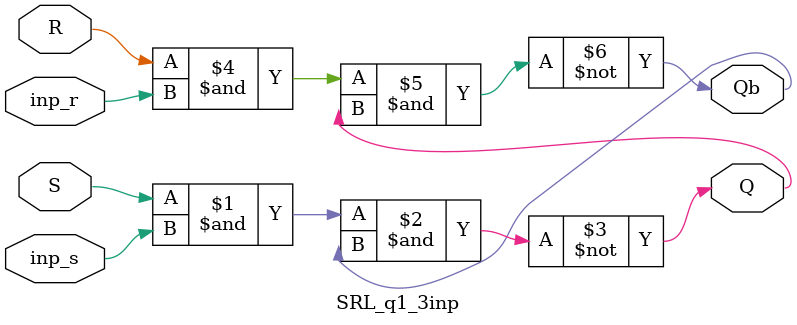
<source format=sv>
`timescale 1ns/1ns
module SRL_q1_2inp (input S, R, output Q, Qb);
    nand #8 N1(Q, Qb, S);
    nand #8 N2(Qb, Q, R);
endmodule

`timescale 1ns/1ns
module SRL_q1_3inp (input S, R, inp_s, inp_r, output Q, Qb);
    nand #12 N1(Q, S, inp_s, Qb);
    nand #12 N2(Qb, R, inp_r, Q);
endmodule
</source>
